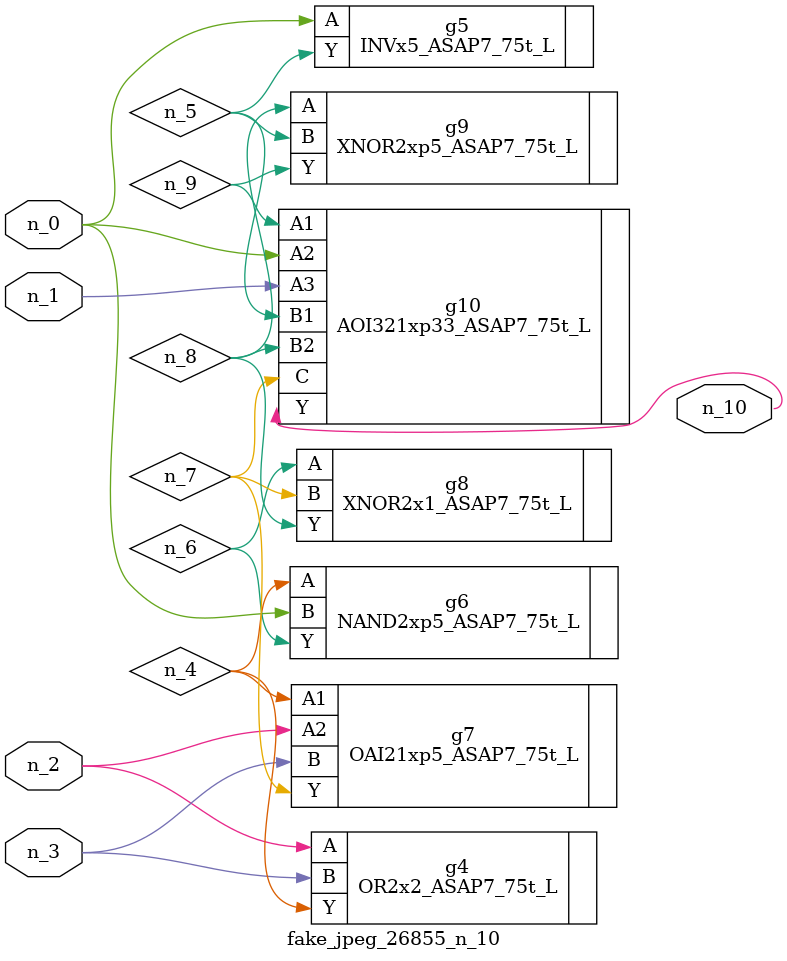
<source format=v>
module fake_jpeg_26855_n_10 (n_0, n_3, n_2, n_1, n_10);

input n_0;
input n_3;
input n_2;
input n_1;

output n_10;

wire n_4;
wire n_8;
wire n_9;
wire n_6;
wire n_5;
wire n_7;

OR2x2_ASAP7_75t_L g4 ( 
.A(n_2),
.B(n_3),
.Y(n_4)
);

INVx5_ASAP7_75t_L g5 ( 
.A(n_0),
.Y(n_5)
);

NAND2xp5_ASAP7_75t_L g6 ( 
.A(n_4),
.B(n_0),
.Y(n_6)
);

XNOR2x1_ASAP7_75t_L g8 ( 
.A(n_6),
.B(n_7),
.Y(n_8)
);

OAI21xp5_ASAP7_75t_L g7 ( 
.A1(n_4),
.A2(n_2),
.B(n_3),
.Y(n_7)
);

XNOR2xp5_ASAP7_75t_L g9 ( 
.A(n_8),
.B(n_5),
.Y(n_9)
);

AOI321xp33_ASAP7_75t_L g10 ( 
.A1(n_9),
.A2(n_0),
.A3(n_1),
.B1(n_5),
.B2(n_8),
.C(n_7),
.Y(n_10)
);


endmodule
</source>
